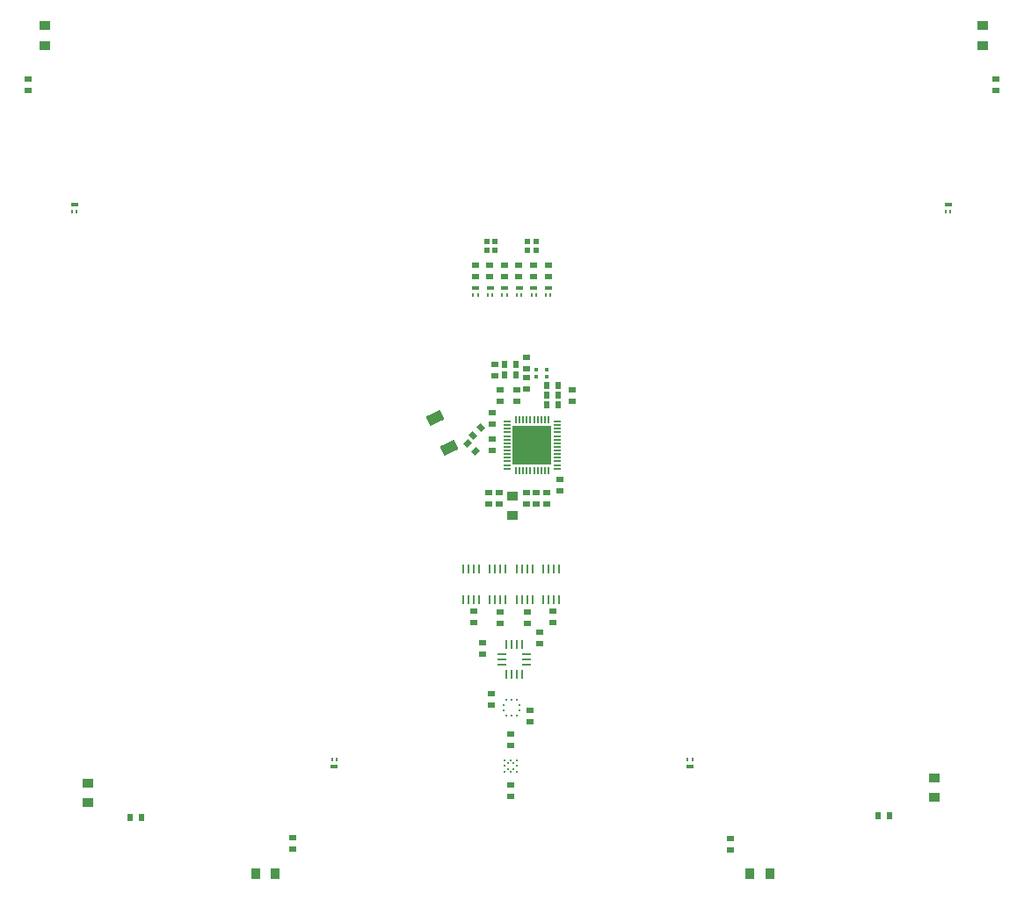
<source format=gtp>
G04 Layer_Color=8421504*
%FSLAX25Y25*%
%MOIN*%
G70*
G01*
G75*
%ADD13R,0.02756X0.01968*%
%ADD14R,0.03543X0.03937*%
%ADD15C,0.00787*%
%ADD16O,0.03150X0.00787*%
%ADD17O,0.00787X0.03150*%
%ADD18R,0.14567X0.14567*%
%ADD19R,0.03937X0.03543*%
%ADD20R,0.00984X0.03543*%
%ADD21R,0.01772X0.01772*%
%ADD22R,0.02756X0.01575*%
%ADD23R,0.00984X0.01575*%
%ADD24R,0.01968X0.02756*%
G04:AMPARAMS|DCode=25|XSize=27.56mil|YSize=19.68mil|CornerRadius=0mil|HoleSize=0mil|Usage=FLASHONLY|Rotation=45.000|XOffset=0mil|YOffset=0mil|HoleType=Round|Shape=Rectangle|*
%AMROTATEDRECTD25*
4,1,4,-0.00278,-0.01670,-0.01670,-0.00278,0.00278,0.01670,0.01670,0.00278,-0.00278,-0.01670,0.0*
%
%ADD25ROTATEDRECTD25*%

G04:AMPARAMS|DCode=26|XSize=39.37mil|YSize=59.05mil|CornerRadius=0mil|HoleSize=0mil|Usage=FLASHONLY|Rotation=115.000|XOffset=0mil|YOffset=0mil|HoleType=Round|Shape=Rectangle|*
%AMROTATEDRECTD26*
4,1,4,0.03508,-0.00536,-0.01844,-0.03032,-0.03508,0.00536,0.01844,0.03032,0.03508,-0.00536,0.0*
%
%ADD26ROTATEDRECTD26*%

G04:AMPARAMS|DCode=27|XSize=27.56mil|YSize=19.68mil|CornerRadius=0mil|HoleSize=0mil|Usage=FLASHONLY|Rotation=135.000|XOffset=0mil|YOffset=0mil|HoleType=Round|Shape=Rectangle|*
%AMROTATEDRECTD27*
4,1,4,0.01670,-0.00278,0.00278,-0.01670,-0.01670,0.00278,-0.00278,0.01670,0.01670,-0.00278,0.0*
%
%ADD27ROTATEDRECTD27*%

%ADD28R,0.01968X0.01968*%
%ADD29R,0.01968X0.01968*%
%ADD30R,0.00984X0.01083*%
%ADD31R,0.01083X0.00984*%
%ADD32O,0.00984X0.03937*%
%ADD33O,0.03937X0.00984*%
D13*
X850200Y312065D02*
D03*
Y307735D02*
D03*
X1016100Y311965D02*
D03*
Y307635D02*
D03*
X925900Y459035D02*
D03*
Y463365D02*
D03*
X924409Y443110D02*
D03*
Y438779D02*
D03*
X928347Y443110D02*
D03*
Y438779D02*
D03*
X938800Y490035D02*
D03*
Y494365D02*
D03*
Y482535D02*
D03*
Y486865D02*
D03*
X925900Y469235D02*
D03*
Y473565D02*
D03*
X926900Y491865D02*
D03*
Y487535D02*
D03*
X938583Y443110D02*
D03*
Y438779D02*
D03*
X956000Y477735D02*
D03*
Y482065D02*
D03*
X951300Y448065D02*
D03*
Y443735D02*
D03*
X928700Y477735D02*
D03*
Y482065D02*
D03*
X935000Y477735D02*
D03*
Y482065D02*
D03*
X749700Y595735D02*
D03*
Y600065D02*
D03*
X1116900Y595735D02*
D03*
Y600065D02*
D03*
X930383Y525325D02*
D03*
Y529656D02*
D03*
X924872Y525325D02*
D03*
Y529656D02*
D03*
X919360Y525325D02*
D03*
Y529656D02*
D03*
X935895Y525325D02*
D03*
Y529656D02*
D03*
X941407Y525325D02*
D03*
Y529656D02*
D03*
X946919Y525325D02*
D03*
Y529656D02*
D03*
X948900Y398065D02*
D03*
Y393735D02*
D03*
X925400Y362635D02*
D03*
Y366965D02*
D03*
X940000Y360365D02*
D03*
Y356035D02*
D03*
X939000Y397965D02*
D03*
Y393635D02*
D03*
X928900Y397965D02*
D03*
Y393635D02*
D03*
X932600Y347235D02*
D03*
Y351565D02*
D03*
Y332165D02*
D03*
Y327835D02*
D03*
X918600Y398065D02*
D03*
Y393735D02*
D03*
X943900Y385735D02*
D03*
Y390065D02*
D03*
X922000Y381835D02*
D03*
Y386165D02*
D03*
X942520Y438779D02*
D03*
Y443110D02*
D03*
X946457Y438779D02*
D03*
Y443110D02*
D03*
D14*
X843540Y298600D02*
D03*
X836060D02*
D03*
X1023460D02*
D03*
X1030940D02*
D03*
D15*
X930472Y337172D02*
D03*
Y339400D02*
D03*
Y341628D02*
D03*
X931586Y338286D02*
D03*
Y340514D02*
D03*
X932700Y337172D02*
D03*
Y341628D02*
D03*
X933814Y338286D02*
D03*
Y340514D02*
D03*
X934928Y337172D02*
D03*
Y339400D02*
D03*
Y341628D02*
D03*
D16*
X931353Y470157D02*
D03*
Y468779D02*
D03*
Y467401D02*
D03*
Y466023D02*
D03*
Y464645D02*
D03*
Y463267D02*
D03*
Y461889D02*
D03*
Y460511D02*
D03*
Y459133D02*
D03*
Y457755D02*
D03*
Y456377D02*
D03*
Y454999D02*
D03*
Y453621D02*
D03*
Y452243D02*
D03*
X950447D02*
D03*
Y453621D02*
D03*
Y454999D02*
D03*
Y456377D02*
D03*
Y457755D02*
D03*
Y459133D02*
D03*
Y460511D02*
D03*
Y461889D02*
D03*
Y463267D02*
D03*
Y464645D02*
D03*
Y466023D02*
D03*
Y467401D02*
D03*
Y468779D02*
D03*
Y470157D02*
D03*
D17*
X934699Y451653D02*
D03*
X936077D02*
D03*
X937455D02*
D03*
X938833D02*
D03*
X940211D02*
D03*
X941589D02*
D03*
X942967D02*
D03*
X944345D02*
D03*
X945723D02*
D03*
X947101D02*
D03*
Y470747D02*
D03*
X945723D02*
D03*
X944345D02*
D03*
X942967D02*
D03*
X941589D02*
D03*
X940211D02*
D03*
X938833D02*
D03*
X937455D02*
D03*
X936077D02*
D03*
X934699D02*
D03*
D18*
X940900Y461200D02*
D03*
D19*
X933465Y434449D02*
D03*
Y441929D02*
D03*
X756200Y612860D02*
D03*
Y620340D02*
D03*
X1111900Y612860D02*
D03*
Y620340D02*
D03*
X1093300Y327460D02*
D03*
Y334940D02*
D03*
X772400Y325360D02*
D03*
Y332840D02*
D03*
D20*
X920653Y414286D02*
D03*
X918684D02*
D03*
X916716D02*
D03*
X914747D02*
D03*
X920653Y402514D02*
D03*
X918684D02*
D03*
X916716D02*
D03*
X914747D02*
D03*
X930786Y414286D02*
D03*
X928818D02*
D03*
X926849D02*
D03*
X924881D02*
D03*
X930786Y402514D02*
D03*
X928818D02*
D03*
X926849D02*
D03*
X924881D02*
D03*
X940919Y414286D02*
D03*
X938951D02*
D03*
X936982D02*
D03*
X935014D02*
D03*
X940919Y402514D02*
D03*
X938951D02*
D03*
X936982D02*
D03*
X935014D02*
D03*
X951053Y414286D02*
D03*
X949084D02*
D03*
X947116D02*
D03*
X945147D02*
D03*
X951053Y402514D02*
D03*
X949084D02*
D03*
X947116D02*
D03*
X945147D02*
D03*
D21*
X946526Y487061D02*
D03*
X942274D02*
D03*
X946526Y489739D02*
D03*
X942274D02*
D03*
D22*
X946969Y520778D02*
D03*
X941457D02*
D03*
X935946D02*
D03*
X919410D02*
D03*
X924922D02*
D03*
X930434D02*
D03*
X865800Y339222D02*
D03*
X1098600Y552478D02*
D03*
X1000700Y339222D02*
D03*
X767300Y552478D02*
D03*
D23*
X947855Y518022D02*
D03*
X946083D02*
D03*
X942343D02*
D03*
X940571D02*
D03*
X936831D02*
D03*
X935060D02*
D03*
X920296D02*
D03*
X918524D02*
D03*
X925807D02*
D03*
X924036D02*
D03*
X931319D02*
D03*
X929548D02*
D03*
X864914Y341978D02*
D03*
X866686D02*
D03*
X1099486Y549722D02*
D03*
X1097714D02*
D03*
X999814Y341978D02*
D03*
X1001586D02*
D03*
X768186Y549722D02*
D03*
X766414D02*
D03*
D24*
X946435Y483700D02*
D03*
X950765D02*
D03*
X930569Y491700D02*
D03*
X934900D02*
D03*
Y487800D02*
D03*
X930569D02*
D03*
X946435Y480000D02*
D03*
X950765D02*
D03*
X1072035Y320500D02*
D03*
X1076365D02*
D03*
X792765Y319800D02*
D03*
X788435D02*
D03*
X950765Y476600D02*
D03*
X946435D02*
D03*
D25*
X916269Y461931D02*
D03*
X919331Y458869D02*
D03*
D26*
X904038Y471509D02*
D03*
X909362Y460091D02*
D03*
D27*
X921331Y467731D02*
D03*
X918269Y464669D02*
D03*
D28*
X923725Y538375D02*
D03*
Y535225D02*
D03*
X926875D02*
D03*
Y538375D02*
D03*
D29*
X939225Y535225D02*
D03*
X942375D02*
D03*
Y538375D02*
D03*
X939225D02*
D03*
D30*
X931231Y358598D02*
D03*
X933200D02*
D03*
X935168D02*
D03*
Y364602D02*
D03*
X933200D02*
D03*
X931231D02*
D03*
D31*
X936202Y360616D02*
D03*
Y362584D02*
D03*
X930198D02*
D03*
Y360616D02*
D03*
D32*
X931047Y374191D02*
D03*
X933016D02*
D03*
X934984D02*
D03*
X936953D02*
D03*
Y385609D02*
D03*
X934984D02*
D03*
X933016D02*
D03*
X931047D02*
D03*
D33*
X938724Y377931D02*
D03*
Y379900D02*
D03*
Y381869D02*
D03*
X929276D02*
D03*
Y379900D02*
D03*
Y377931D02*
D03*
M02*

</source>
